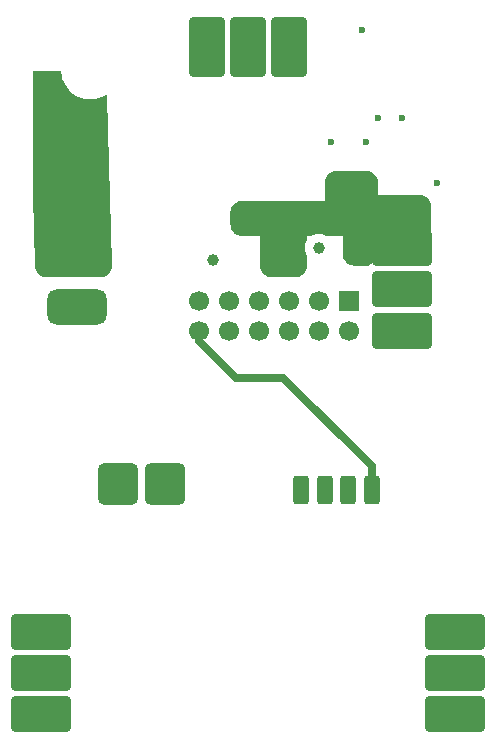
<source format=gbr>
%TF.GenerationSoftware,KiCad,Pcbnew,9.0.6*%
%TF.CreationDate,2025-11-04T19:28:30-06:00*%
%TF.ProjectId,PD_Board_v3,50445f42-6f61-4726-945f-76332e6b6963,rev?*%
%TF.SameCoordinates,Original*%
%TF.FileFunction,Copper,L3,Inr*%
%TF.FilePolarity,Positive*%
%FSLAX46Y46*%
G04 Gerber Fmt 4.6, Leading zero omitted, Abs format (unit mm)*
G04 Created by KiCad (PCBNEW 9.0.6) date 2025-11-04 19:28:30*
%MOMM*%
%LPD*%
G01*
G04 APERTURE LIST*
G04 Aperture macros list*
%AMRoundRect*
0 Rectangle with rounded corners*
0 $1 Rounding radius*
0 $2 $3 $4 $5 $6 $7 $8 $9 X,Y pos of 4 corners*
0 Add a 4 corners polygon primitive as box body*
4,1,4,$2,$3,$4,$5,$6,$7,$8,$9,$2,$3,0*
0 Add four circle primitives for the rounded corners*
1,1,$1+$1,$2,$3*
1,1,$1+$1,$4,$5*
1,1,$1+$1,$6,$7*
1,1,$1+$1,$8,$9*
0 Add four rect primitives between the rounded corners*
20,1,$1+$1,$2,$3,$4,$5,0*
20,1,$1+$1,$4,$5,$6,$7,0*
20,1,$1+$1,$6,$7,$8,$9,0*
20,1,$1+$1,$8,$9,$2,$3,0*%
G04 Aperture macros list end*
%TA.AperFunction,ComponentPad*%
%ADD10RoundRect,0.511413X-1.193298X-1.239257X1.193298X-1.239257X1.193298X1.239257X-1.193298X1.239257X0*%
%TD*%
%TA.AperFunction,ComponentPad*%
%ADD11RoundRect,0.519917X-1.213138X-1.247688X1.213138X-1.247688X1.213138X1.247688X-1.213138X1.247688X0*%
%TD*%
%TA.AperFunction,ComponentPad*%
%ADD12RoundRect,0.197827X-0.461597X-0.989841X0.461597X-0.989841X0.461597X0.989841X-0.461597X0.989841X0*%
%TD*%
%TA.AperFunction,ComponentPad*%
%ADD13RoundRect,0.250000X-2.250000X-1.250000X2.250000X-1.250000X2.250000X1.250000X-2.250000X1.250000X0*%
%TD*%
%TA.AperFunction,ComponentPad*%
%ADD14R,1.700000X1.700000*%
%TD*%
%TA.AperFunction,ComponentPad*%
%ADD15C,1.700000*%
%TD*%
%TA.AperFunction,ComponentPad*%
%ADD16RoundRect,0.750000X-1.750000X-0.750000X1.750000X-0.750000X1.750000X0.750000X-1.750000X0.750000X0*%
%TD*%
%TA.AperFunction,ComponentPad*%
%ADD17RoundRect,0.250000X1.250000X-2.250000X1.250000X2.250000X-1.250000X2.250000X-1.250000X-2.250000X0*%
%TD*%
%TA.AperFunction,ViaPad*%
%ADD18C,0.600000*%
%TD*%
%TA.AperFunction,ViaPad*%
%ADD19C,1.000000*%
%TD*%
%TA.AperFunction,Conductor*%
%ADD20C,0.700000*%
%TD*%
G04 APERTURE END LIST*
D10*
%TO.N,+BATT_SW*%
%TO.C,E1*%
X132500000Y-88000000D03*
D11*
%TO.N,GND*%
X136500000Y-88000000D03*
D12*
X148000000Y-88500000D03*
%TO.N,+5V*%
X150000000Y-88500000D03*
%TO.N,/S3*%
X152000000Y-88500000D03*
%TO.N,/S4*%
X154000000Y-88500000D03*
D13*
%TO.N,unconnected-(E1-D0_0-Pad7)*%
X126000000Y-100500000D03*
%TO.N,unconnected-(E1-D0_1-Pad8)*%
X126000000Y-104000000D03*
%TO.N,unconnected-(E1-D0_2-Pad9)*%
X126000000Y-107500000D03*
%TO.N,unconnected-(E1-D1_0-Pad10)*%
X161000000Y-100500000D03*
%TO.N,unconnected-(E1-D1_1-Pad11)*%
X161000000Y-104000000D03*
%TO.N,unconnected-(E1-D1_2-Pad12)*%
X161000000Y-107500000D03*
%TD*%
%TO.N,+6V*%
%TO.C,J7*%
X156500000Y-68000000D03*
%TO.N,/S1*%
X156500000Y-71500000D03*
%TO.N,GND*%
X156500000Y-75000000D03*
%TD*%
D14*
%TO.N,/S1*%
%TO.C,J5*%
X152040000Y-72500000D03*
D15*
%TO.N,+5V*%
X149500000Y-72500000D03*
%TO.N,GND*%
X146960000Y-72500000D03*
X144420000Y-72500000D03*
%TO.N,+5V*%
X141880000Y-72500000D03*
%TO.N,/S2*%
X139340000Y-72500000D03*
%TO.N,/S3*%
X152040000Y-75040000D03*
%TO.N,+5V*%
X149500000Y-75040000D03*
%TO.N,GND*%
X146960000Y-75040000D03*
X144420000Y-75040000D03*
%TO.N,+5V*%
X141880000Y-75040000D03*
%TO.N,/S4*%
X139340000Y-75040000D03*
%TD*%
D16*
%TO.N,+BATT*%
%TO.C,J2*%
X129000000Y-68000000D03*
%TO.N,GND*%
X129000000Y-73000000D03*
%TD*%
D17*
%TO.N,+BATT_SW*%
%TO.C,J1*%
X140000000Y-51000000D03*
%TO.N,/S2*%
X143500000Y-51000000D03*
%TO.N,GND*%
X147000000Y-51000000D03*
%TD*%
D18*
%TO.N,+6V*%
X152500000Y-69000000D03*
X154500000Y-64500000D03*
X150500000Y-64500000D03*
X152500000Y-67500000D03*
X154500000Y-66000000D03*
X158500000Y-64500000D03*
X152500000Y-64500000D03*
X156500000Y-66000000D03*
X158500000Y-66000000D03*
X156500000Y-64500000D03*
X148500000Y-66000000D03*
X152500000Y-66000000D03*
X148500000Y-64500000D03*
X150500000Y-66000000D03*
%TO.N,GND*%
X153175000Y-49595000D03*
D19*
X140500000Y-69000000D03*
D18*
X159500000Y-62500000D03*
X150500000Y-59000000D03*
D19*
X149500000Y-68000000D03*
D18*
X153500000Y-59000000D03*
%TO.N,+BATT*%
X127500000Y-59500000D03*
X130500000Y-65500000D03*
X130500000Y-62500000D03*
X130500000Y-59500000D03*
X127500000Y-65500000D03*
X127500000Y-57000000D03*
X127500000Y-62500000D03*
%TO.N,Net-(U1-EN)*%
X156500000Y-57000000D03*
X154500000Y-57000000D03*
%TD*%
D20*
%TO.N,/S4*%
X142500000Y-79000000D02*
X139380000Y-75880000D01*
X154000000Y-88500000D02*
X154000000Y-86500000D01*
X154000000Y-86500000D02*
X146500000Y-79000000D01*
X146500000Y-79000000D02*
X142500000Y-79000000D01*
%TD*%
%TA.AperFunction,Conductor*%
%TO.N,+BATT*%
G36*
X127642549Y-53019685D02*
G01*
X127688304Y-53072489D01*
X127699510Y-53124000D01*
X127699510Y-53134813D01*
X127729696Y-53402718D01*
X127729698Y-53402734D01*
X127789692Y-53665587D01*
X127789696Y-53665599D01*
X127878739Y-53920068D01*
X127878745Y-53920082D01*
X127995723Y-54162989D01*
X127995725Y-54162992D01*
X128139170Y-54391283D01*
X128307273Y-54602078D01*
X128497922Y-54792727D01*
X128708717Y-54960830D01*
X128937008Y-55104275D01*
X129179925Y-55221258D01*
X129179931Y-55221260D01*
X129434400Y-55310303D01*
X129434412Y-55310307D01*
X129697269Y-55370302D01*
X129965186Y-55400489D01*
X129965187Y-55400490D01*
X129965191Y-55400490D01*
X130234813Y-55400490D01*
X130234813Y-55400489D01*
X130502731Y-55370302D01*
X130765588Y-55310307D01*
X131020075Y-55221258D01*
X131262992Y-55104275D01*
X131371156Y-55036310D01*
X131438392Y-55017310D01*
X131505227Y-55037677D01*
X131550442Y-55090945D01*
X131561077Y-55137763D01*
X131970435Y-69465236D01*
X131970170Y-69477622D01*
X131957262Y-69658112D01*
X131953042Y-69682499D01*
X131906219Y-69850822D01*
X131897240Y-69873885D01*
X131817919Y-70029560D01*
X131804539Y-70050379D01*
X131695888Y-70187196D01*
X131678640Y-70204944D01*
X131544974Y-70317465D01*
X131524552Y-70331429D01*
X131455322Y-70369231D01*
X131371205Y-70415163D01*
X131348409Y-70424796D01*
X131181493Y-70476407D01*
X131157238Y-70481322D01*
X130977192Y-70499381D01*
X130964817Y-70500000D01*
X126477813Y-70500000D01*
X126465880Y-70499424D01*
X126416472Y-70494646D01*
X126292186Y-70482630D01*
X126268761Y-70478058D01*
X126107253Y-70430008D01*
X126085137Y-70421032D01*
X125935826Y-70342929D01*
X125915840Y-70329882D01*
X125784262Y-70224622D01*
X125767146Y-70207988D01*
X125658172Y-70079470D01*
X125644560Y-70059865D01*
X125562224Y-69912845D01*
X125552620Y-69890994D01*
X125546993Y-69873885D01*
X125499977Y-69730925D01*
X125494739Y-69707647D01*
X125472990Y-69534491D01*
X125472074Y-69522579D01*
X125300543Y-63518994D01*
X125300492Y-63515453D01*
X125300492Y-53124000D01*
X125320177Y-53056961D01*
X125372981Y-53011206D01*
X125424492Y-53000000D01*
X127575510Y-53000000D01*
X127642549Y-53019685D01*
G37*
%TD.AperFunction*%
%TD*%
%TA.AperFunction,Conductor*%
%TO.N,+6V*%
G36*
X152695833Y-61484965D02*
G01*
X153502290Y-61491685D01*
X153514353Y-61492376D01*
X153690164Y-61511080D01*
X153713828Y-61515967D01*
X153875723Y-61566277D01*
X153876846Y-61566626D01*
X153899126Y-61576018D01*
X154049212Y-61657349D01*
X154069247Y-61670888D01*
X154200694Y-61779799D01*
X154217720Y-61796967D01*
X154325529Y-61929313D01*
X154338900Y-61949460D01*
X154418975Y-62100212D01*
X154428182Y-62122571D01*
X154477480Y-62286006D01*
X154482172Y-62309725D01*
X154499409Y-62485668D01*
X154500000Y-62497758D01*
X154500000Y-63500000D01*
X157993907Y-63500000D01*
X158006061Y-63500597D01*
X158182941Y-63518018D01*
X158206769Y-63522757D01*
X158371001Y-63572576D01*
X158393453Y-63581877D01*
X158544798Y-63662772D01*
X158565010Y-63676277D01*
X158697666Y-63785145D01*
X158714854Y-63802333D01*
X158823722Y-63934989D01*
X158837227Y-63955201D01*
X158918121Y-64106543D01*
X158927424Y-64129001D01*
X158977240Y-64293224D01*
X158981982Y-64317065D01*
X158999403Y-64493938D01*
X159000000Y-64506092D01*
X159000000Y-68493907D01*
X158999403Y-68506061D01*
X158981982Y-68682934D01*
X158977240Y-68706775D01*
X158927424Y-68870998D01*
X158918121Y-68893456D01*
X158837227Y-69044798D01*
X158823722Y-69065010D01*
X158714854Y-69197666D01*
X158697667Y-69214854D01*
X158628821Y-69271353D01*
X158564514Y-69298666D01*
X158550158Y-69299500D01*
X154194862Y-69299500D01*
X154182599Y-69300590D01*
X154081451Y-69309582D01*
X153895596Y-69362762D01*
X153724243Y-69452269D01*
X153699921Y-69472102D01*
X153635525Y-69499211D01*
X153621561Y-69500000D01*
X152506093Y-69500000D01*
X152493939Y-69499403D01*
X152317065Y-69481982D01*
X152293224Y-69477240D01*
X152129001Y-69427424D01*
X152106543Y-69418121D01*
X151955201Y-69337227D01*
X151934989Y-69323722D01*
X151802333Y-69214854D01*
X151785145Y-69197666D01*
X151676277Y-69065010D01*
X151662772Y-69044798D01*
X151581878Y-68893456D01*
X151572575Y-68870998D01*
X151522757Y-68706769D01*
X151518018Y-68682941D01*
X151500597Y-68506061D01*
X151500000Y-68493907D01*
X151500000Y-67000000D01*
X150500000Y-67000000D01*
X150206321Y-67000000D01*
X150139282Y-66980315D01*
X150133433Y-66976316D01*
X150129201Y-66973241D01*
X149960836Y-66887454D01*
X149781118Y-66829059D01*
X149594486Y-66799500D01*
X149594481Y-66799500D01*
X149405519Y-66799500D01*
X149405514Y-66799500D01*
X149218881Y-66829059D01*
X149039163Y-66887454D01*
X148870798Y-66973241D01*
X148866567Y-66976316D01*
X148800761Y-66999798D01*
X148793679Y-67000000D01*
X148500000Y-67000000D01*
X148500000Y-67293678D01*
X148480315Y-67360717D01*
X148476320Y-67366560D01*
X148473242Y-67370795D01*
X148387454Y-67539163D01*
X148329059Y-67718881D01*
X148299500Y-67905513D01*
X148299500Y-68094486D01*
X148329059Y-68281118D01*
X148387454Y-68460836D01*
X148410498Y-68506061D01*
X148473240Y-68629199D01*
X148476315Y-68633431D01*
X148499797Y-68699233D01*
X148500000Y-68706320D01*
X148500000Y-69493907D01*
X148499403Y-69506061D01*
X148481982Y-69682934D01*
X148477240Y-69706775D01*
X148427424Y-69870998D01*
X148418121Y-69893456D01*
X148337227Y-70044798D01*
X148323722Y-70065010D01*
X148214854Y-70197666D01*
X148197666Y-70214854D01*
X148065010Y-70323722D01*
X148044798Y-70337227D01*
X147893456Y-70418121D01*
X147870998Y-70427424D01*
X147706775Y-70477240D01*
X147682934Y-70481982D01*
X147506061Y-70499403D01*
X147493907Y-70500000D01*
X145506093Y-70500000D01*
X145493939Y-70499403D01*
X145317065Y-70481982D01*
X145293224Y-70477240D01*
X145129001Y-70427424D01*
X145106543Y-70418121D01*
X144955201Y-70337227D01*
X144934989Y-70323722D01*
X144802333Y-70214854D01*
X144785145Y-70197666D01*
X144676277Y-70065010D01*
X144662772Y-70044798D01*
X144581878Y-69893456D01*
X144572575Y-69870998D01*
X144522757Y-69706769D01*
X144518018Y-69682941D01*
X144500597Y-69506061D01*
X144500000Y-69493907D01*
X144500000Y-67000000D01*
X143500000Y-67000000D01*
X143006093Y-67000000D01*
X142993939Y-66999403D01*
X142817065Y-66981982D01*
X142793224Y-66977240D01*
X142629001Y-66927424D01*
X142606543Y-66918121D01*
X142455201Y-66837227D01*
X142434989Y-66823722D01*
X142302333Y-66714854D01*
X142285145Y-66697666D01*
X142176277Y-66565010D01*
X142162772Y-66544798D01*
X142081878Y-66393456D01*
X142072575Y-66370998D01*
X142022757Y-66206769D01*
X142018018Y-66182941D01*
X142000597Y-66006061D01*
X142000000Y-65993907D01*
X142000000Y-65006092D01*
X142000597Y-64993938D01*
X142018018Y-64817056D01*
X142022757Y-64793232D01*
X142072577Y-64628994D01*
X142081875Y-64606549D01*
X142162775Y-64455195D01*
X142176272Y-64434995D01*
X142285149Y-64302328D01*
X142302328Y-64285149D01*
X142434995Y-64176272D01*
X142455195Y-64162775D01*
X142606549Y-64081875D01*
X142628994Y-64072577D01*
X142793232Y-64022757D01*
X142817056Y-64018018D01*
X142993939Y-64000597D01*
X143006093Y-64000000D01*
X150000000Y-64000000D01*
X150000000Y-62476996D01*
X150000603Y-62464778D01*
X150018208Y-62286967D01*
X150023000Y-62263013D01*
X150073338Y-62097999D01*
X150082731Y-62075456D01*
X150164458Y-61923509D01*
X150178091Y-61903243D01*
X150288026Y-61770278D01*
X150305368Y-61753080D01*
X150439248Y-61644253D01*
X150459620Y-61630794D01*
X150612240Y-61550338D01*
X150634868Y-61541132D01*
X150799595Y-61492377D01*
X150800295Y-61492169D01*
X150824287Y-61487578D01*
X151002251Y-61471454D01*
X151014431Y-61470953D01*
X152695833Y-61484965D01*
G37*
%TD.AperFunction*%
%TD*%
M02*

</source>
